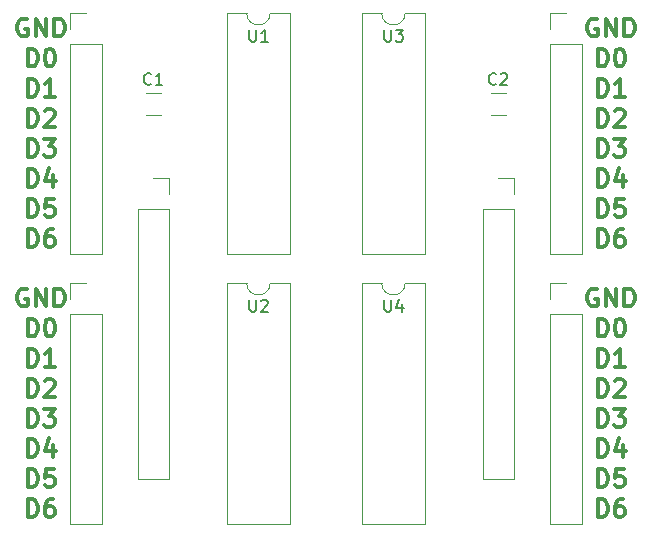
<source format=gbr>
G04 #@! TF.GenerationSoftware,KiCad,Pcbnew,(5.0.1-3-g963ef8bb5)*
G04 #@! TF.CreationDate,2019-11-01T03:37:21+09:00*
G04 #@! TF.ProjectId,DDAC8SEXT,4444414338534558542E6B696361645F,rev?*
G04 #@! TF.SameCoordinates,Original*
G04 #@! TF.FileFunction,Legend,Top*
G04 #@! TF.FilePolarity,Positive*
%FSLAX46Y46*%
G04 Gerber Fmt 4.6, Leading zero omitted, Abs format (unit mm)*
G04 Created by KiCad (PCBNEW (5.0.1-3-g963ef8bb5)) date 2019 November 01, Friday 03:37:21*
%MOMM*%
%LPD*%
G01*
G04 APERTURE LIST*
%ADD10C,0.300000*%
%ADD11C,0.120000*%
%ADD12C,0.150000*%
G04 APERTURE END LIST*
D10*
X139827142Y-98910000D02*
X139684285Y-98838571D01*
X139470000Y-98838571D01*
X139255714Y-98910000D01*
X139112857Y-99052857D01*
X139041428Y-99195714D01*
X138970000Y-99481428D01*
X138970000Y-99695714D01*
X139041428Y-99981428D01*
X139112857Y-100124285D01*
X139255714Y-100267142D01*
X139470000Y-100338571D01*
X139612857Y-100338571D01*
X139827142Y-100267142D01*
X139898571Y-100195714D01*
X139898571Y-99695714D01*
X139612857Y-99695714D01*
X140541428Y-100338571D02*
X140541428Y-98838571D01*
X141398571Y-100338571D01*
X141398571Y-98838571D01*
X142112857Y-100338571D02*
X142112857Y-98838571D01*
X142470000Y-98838571D01*
X142684285Y-98910000D01*
X142827142Y-99052857D01*
X142898571Y-99195714D01*
X142970000Y-99481428D01*
X142970000Y-99695714D01*
X142898571Y-99981428D01*
X142827142Y-100124285D01*
X142684285Y-100267142D01*
X142470000Y-100338571D01*
X142112857Y-100338571D01*
X139862857Y-102888571D02*
X139862857Y-101388571D01*
X140220000Y-101388571D01*
X140434285Y-101460000D01*
X140577142Y-101602857D01*
X140648571Y-101745714D01*
X140720000Y-102031428D01*
X140720000Y-102245714D01*
X140648571Y-102531428D01*
X140577142Y-102674285D01*
X140434285Y-102817142D01*
X140220000Y-102888571D01*
X139862857Y-102888571D01*
X141648571Y-101388571D02*
X141791428Y-101388571D01*
X141934285Y-101460000D01*
X142005714Y-101531428D01*
X142077142Y-101674285D01*
X142148571Y-101960000D01*
X142148571Y-102317142D01*
X142077142Y-102602857D01*
X142005714Y-102745714D01*
X141934285Y-102817142D01*
X141791428Y-102888571D01*
X141648571Y-102888571D01*
X141505714Y-102817142D01*
X141434285Y-102745714D01*
X141362857Y-102602857D01*
X141291428Y-102317142D01*
X141291428Y-101960000D01*
X141362857Y-101674285D01*
X141434285Y-101531428D01*
X141505714Y-101460000D01*
X141648571Y-101388571D01*
X139862857Y-105438571D02*
X139862857Y-103938571D01*
X140220000Y-103938571D01*
X140434285Y-104010000D01*
X140577142Y-104152857D01*
X140648571Y-104295714D01*
X140720000Y-104581428D01*
X140720000Y-104795714D01*
X140648571Y-105081428D01*
X140577142Y-105224285D01*
X140434285Y-105367142D01*
X140220000Y-105438571D01*
X139862857Y-105438571D01*
X142148571Y-105438571D02*
X141291428Y-105438571D01*
X141720000Y-105438571D02*
X141720000Y-103938571D01*
X141577142Y-104152857D01*
X141434285Y-104295714D01*
X141291428Y-104367142D01*
X139862857Y-107988571D02*
X139862857Y-106488571D01*
X140220000Y-106488571D01*
X140434285Y-106560000D01*
X140577142Y-106702857D01*
X140648571Y-106845714D01*
X140720000Y-107131428D01*
X140720000Y-107345714D01*
X140648571Y-107631428D01*
X140577142Y-107774285D01*
X140434285Y-107917142D01*
X140220000Y-107988571D01*
X139862857Y-107988571D01*
X141291428Y-106631428D02*
X141362857Y-106560000D01*
X141505714Y-106488571D01*
X141862857Y-106488571D01*
X142005714Y-106560000D01*
X142077142Y-106631428D01*
X142148571Y-106774285D01*
X142148571Y-106917142D01*
X142077142Y-107131428D01*
X141220000Y-107988571D01*
X142148571Y-107988571D01*
X139862857Y-110538571D02*
X139862857Y-109038571D01*
X140220000Y-109038571D01*
X140434285Y-109110000D01*
X140577142Y-109252857D01*
X140648571Y-109395714D01*
X140720000Y-109681428D01*
X140720000Y-109895714D01*
X140648571Y-110181428D01*
X140577142Y-110324285D01*
X140434285Y-110467142D01*
X140220000Y-110538571D01*
X139862857Y-110538571D01*
X141220000Y-109038571D02*
X142148571Y-109038571D01*
X141648571Y-109610000D01*
X141862857Y-109610000D01*
X142005714Y-109681428D01*
X142077142Y-109752857D01*
X142148571Y-109895714D01*
X142148571Y-110252857D01*
X142077142Y-110395714D01*
X142005714Y-110467142D01*
X141862857Y-110538571D01*
X141434285Y-110538571D01*
X141291428Y-110467142D01*
X141220000Y-110395714D01*
X139862857Y-113088571D02*
X139862857Y-111588571D01*
X140220000Y-111588571D01*
X140434285Y-111660000D01*
X140577142Y-111802857D01*
X140648571Y-111945714D01*
X140720000Y-112231428D01*
X140720000Y-112445714D01*
X140648571Y-112731428D01*
X140577142Y-112874285D01*
X140434285Y-113017142D01*
X140220000Y-113088571D01*
X139862857Y-113088571D01*
X142005714Y-112088571D02*
X142005714Y-113088571D01*
X141648571Y-111517142D02*
X141291428Y-112588571D01*
X142220000Y-112588571D01*
X139862857Y-115638571D02*
X139862857Y-114138571D01*
X140220000Y-114138571D01*
X140434285Y-114210000D01*
X140577142Y-114352857D01*
X140648571Y-114495714D01*
X140720000Y-114781428D01*
X140720000Y-114995714D01*
X140648571Y-115281428D01*
X140577142Y-115424285D01*
X140434285Y-115567142D01*
X140220000Y-115638571D01*
X139862857Y-115638571D01*
X142077142Y-114138571D02*
X141362857Y-114138571D01*
X141291428Y-114852857D01*
X141362857Y-114781428D01*
X141505714Y-114710000D01*
X141862857Y-114710000D01*
X142005714Y-114781428D01*
X142077142Y-114852857D01*
X142148571Y-114995714D01*
X142148571Y-115352857D01*
X142077142Y-115495714D01*
X142005714Y-115567142D01*
X141862857Y-115638571D01*
X141505714Y-115638571D01*
X141362857Y-115567142D01*
X141291428Y-115495714D01*
X139862857Y-118188571D02*
X139862857Y-116688571D01*
X140220000Y-116688571D01*
X140434285Y-116760000D01*
X140577142Y-116902857D01*
X140648571Y-117045714D01*
X140720000Y-117331428D01*
X140720000Y-117545714D01*
X140648571Y-117831428D01*
X140577142Y-117974285D01*
X140434285Y-118117142D01*
X140220000Y-118188571D01*
X139862857Y-118188571D01*
X142005714Y-116688571D02*
X141720000Y-116688571D01*
X141577142Y-116760000D01*
X141505714Y-116831428D01*
X141362857Y-117045714D01*
X141291428Y-117331428D01*
X141291428Y-117902857D01*
X141362857Y-118045714D01*
X141434285Y-118117142D01*
X141577142Y-118188571D01*
X141862857Y-118188571D01*
X142005714Y-118117142D01*
X142077142Y-118045714D01*
X142148571Y-117902857D01*
X142148571Y-117545714D01*
X142077142Y-117402857D01*
X142005714Y-117331428D01*
X141862857Y-117260000D01*
X141577142Y-117260000D01*
X141434285Y-117331428D01*
X141362857Y-117402857D01*
X141291428Y-117545714D01*
X139827142Y-76050000D02*
X139684285Y-75978571D01*
X139470000Y-75978571D01*
X139255714Y-76050000D01*
X139112857Y-76192857D01*
X139041428Y-76335714D01*
X138970000Y-76621428D01*
X138970000Y-76835714D01*
X139041428Y-77121428D01*
X139112857Y-77264285D01*
X139255714Y-77407142D01*
X139470000Y-77478571D01*
X139612857Y-77478571D01*
X139827142Y-77407142D01*
X139898571Y-77335714D01*
X139898571Y-76835714D01*
X139612857Y-76835714D01*
X140541428Y-77478571D02*
X140541428Y-75978571D01*
X141398571Y-77478571D01*
X141398571Y-75978571D01*
X142112857Y-77478571D02*
X142112857Y-75978571D01*
X142470000Y-75978571D01*
X142684285Y-76050000D01*
X142827142Y-76192857D01*
X142898571Y-76335714D01*
X142970000Y-76621428D01*
X142970000Y-76835714D01*
X142898571Y-77121428D01*
X142827142Y-77264285D01*
X142684285Y-77407142D01*
X142470000Y-77478571D01*
X142112857Y-77478571D01*
X139862857Y-80028571D02*
X139862857Y-78528571D01*
X140220000Y-78528571D01*
X140434285Y-78600000D01*
X140577142Y-78742857D01*
X140648571Y-78885714D01*
X140720000Y-79171428D01*
X140720000Y-79385714D01*
X140648571Y-79671428D01*
X140577142Y-79814285D01*
X140434285Y-79957142D01*
X140220000Y-80028571D01*
X139862857Y-80028571D01*
X141648571Y-78528571D02*
X141791428Y-78528571D01*
X141934285Y-78600000D01*
X142005714Y-78671428D01*
X142077142Y-78814285D01*
X142148571Y-79100000D01*
X142148571Y-79457142D01*
X142077142Y-79742857D01*
X142005714Y-79885714D01*
X141934285Y-79957142D01*
X141791428Y-80028571D01*
X141648571Y-80028571D01*
X141505714Y-79957142D01*
X141434285Y-79885714D01*
X141362857Y-79742857D01*
X141291428Y-79457142D01*
X141291428Y-79100000D01*
X141362857Y-78814285D01*
X141434285Y-78671428D01*
X141505714Y-78600000D01*
X141648571Y-78528571D01*
X139862857Y-82578571D02*
X139862857Y-81078571D01*
X140220000Y-81078571D01*
X140434285Y-81150000D01*
X140577142Y-81292857D01*
X140648571Y-81435714D01*
X140720000Y-81721428D01*
X140720000Y-81935714D01*
X140648571Y-82221428D01*
X140577142Y-82364285D01*
X140434285Y-82507142D01*
X140220000Y-82578571D01*
X139862857Y-82578571D01*
X142148571Y-82578571D02*
X141291428Y-82578571D01*
X141720000Y-82578571D02*
X141720000Y-81078571D01*
X141577142Y-81292857D01*
X141434285Y-81435714D01*
X141291428Y-81507142D01*
X139862857Y-85128571D02*
X139862857Y-83628571D01*
X140220000Y-83628571D01*
X140434285Y-83700000D01*
X140577142Y-83842857D01*
X140648571Y-83985714D01*
X140720000Y-84271428D01*
X140720000Y-84485714D01*
X140648571Y-84771428D01*
X140577142Y-84914285D01*
X140434285Y-85057142D01*
X140220000Y-85128571D01*
X139862857Y-85128571D01*
X141291428Y-83771428D02*
X141362857Y-83700000D01*
X141505714Y-83628571D01*
X141862857Y-83628571D01*
X142005714Y-83700000D01*
X142077142Y-83771428D01*
X142148571Y-83914285D01*
X142148571Y-84057142D01*
X142077142Y-84271428D01*
X141220000Y-85128571D01*
X142148571Y-85128571D01*
X139862857Y-87678571D02*
X139862857Y-86178571D01*
X140220000Y-86178571D01*
X140434285Y-86250000D01*
X140577142Y-86392857D01*
X140648571Y-86535714D01*
X140720000Y-86821428D01*
X140720000Y-87035714D01*
X140648571Y-87321428D01*
X140577142Y-87464285D01*
X140434285Y-87607142D01*
X140220000Y-87678571D01*
X139862857Y-87678571D01*
X141220000Y-86178571D02*
X142148571Y-86178571D01*
X141648571Y-86750000D01*
X141862857Y-86750000D01*
X142005714Y-86821428D01*
X142077142Y-86892857D01*
X142148571Y-87035714D01*
X142148571Y-87392857D01*
X142077142Y-87535714D01*
X142005714Y-87607142D01*
X141862857Y-87678571D01*
X141434285Y-87678571D01*
X141291428Y-87607142D01*
X141220000Y-87535714D01*
X139862857Y-90228571D02*
X139862857Y-88728571D01*
X140220000Y-88728571D01*
X140434285Y-88800000D01*
X140577142Y-88942857D01*
X140648571Y-89085714D01*
X140720000Y-89371428D01*
X140720000Y-89585714D01*
X140648571Y-89871428D01*
X140577142Y-90014285D01*
X140434285Y-90157142D01*
X140220000Y-90228571D01*
X139862857Y-90228571D01*
X142005714Y-89228571D02*
X142005714Y-90228571D01*
X141648571Y-88657142D02*
X141291428Y-89728571D01*
X142220000Y-89728571D01*
X139862857Y-92778571D02*
X139862857Y-91278571D01*
X140220000Y-91278571D01*
X140434285Y-91350000D01*
X140577142Y-91492857D01*
X140648571Y-91635714D01*
X140720000Y-91921428D01*
X140720000Y-92135714D01*
X140648571Y-92421428D01*
X140577142Y-92564285D01*
X140434285Y-92707142D01*
X140220000Y-92778571D01*
X139862857Y-92778571D01*
X142077142Y-91278571D02*
X141362857Y-91278571D01*
X141291428Y-91992857D01*
X141362857Y-91921428D01*
X141505714Y-91850000D01*
X141862857Y-91850000D01*
X142005714Y-91921428D01*
X142077142Y-91992857D01*
X142148571Y-92135714D01*
X142148571Y-92492857D01*
X142077142Y-92635714D01*
X142005714Y-92707142D01*
X141862857Y-92778571D01*
X141505714Y-92778571D01*
X141362857Y-92707142D01*
X141291428Y-92635714D01*
X139862857Y-95328571D02*
X139862857Y-93828571D01*
X140220000Y-93828571D01*
X140434285Y-93900000D01*
X140577142Y-94042857D01*
X140648571Y-94185714D01*
X140720000Y-94471428D01*
X140720000Y-94685714D01*
X140648571Y-94971428D01*
X140577142Y-95114285D01*
X140434285Y-95257142D01*
X140220000Y-95328571D01*
X139862857Y-95328571D01*
X142005714Y-93828571D02*
X141720000Y-93828571D01*
X141577142Y-93900000D01*
X141505714Y-93971428D01*
X141362857Y-94185714D01*
X141291428Y-94471428D01*
X141291428Y-95042857D01*
X141362857Y-95185714D01*
X141434285Y-95257142D01*
X141577142Y-95328571D01*
X141862857Y-95328571D01*
X142005714Y-95257142D01*
X142077142Y-95185714D01*
X142148571Y-95042857D01*
X142148571Y-94685714D01*
X142077142Y-94542857D01*
X142005714Y-94471428D01*
X141862857Y-94400000D01*
X141577142Y-94400000D01*
X141434285Y-94471428D01*
X141362857Y-94542857D01*
X141291428Y-94685714D01*
X91567142Y-98910000D02*
X91424285Y-98838571D01*
X91210000Y-98838571D01*
X90995714Y-98910000D01*
X90852857Y-99052857D01*
X90781428Y-99195714D01*
X90710000Y-99481428D01*
X90710000Y-99695714D01*
X90781428Y-99981428D01*
X90852857Y-100124285D01*
X90995714Y-100267142D01*
X91210000Y-100338571D01*
X91352857Y-100338571D01*
X91567142Y-100267142D01*
X91638571Y-100195714D01*
X91638571Y-99695714D01*
X91352857Y-99695714D01*
X92281428Y-100338571D02*
X92281428Y-98838571D01*
X93138571Y-100338571D01*
X93138571Y-98838571D01*
X93852857Y-100338571D02*
X93852857Y-98838571D01*
X94210000Y-98838571D01*
X94424285Y-98910000D01*
X94567142Y-99052857D01*
X94638571Y-99195714D01*
X94710000Y-99481428D01*
X94710000Y-99695714D01*
X94638571Y-99981428D01*
X94567142Y-100124285D01*
X94424285Y-100267142D01*
X94210000Y-100338571D01*
X93852857Y-100338571D01*
X91602857Y-102888571D02*
X91602857Y-101388571D01*
X91960000Y-101388571D01*
X92174285Y-101460000D01*
X92317142Y-101602857D01*
X92388571Y-101745714D01*
X92460000Y-102031428D01*
X92460000Y-102245714D01*
X92388571Y-102531428D01*
X92317142Y-102674285D01*
X92174285Y-102817142D01*
X91960000Y-102888571D01*
X91602857Y-102888571D01*
X93388571Y-101388571D02*
X93531428Y-101388571D01*
X93674285Y-101460000D01*
X93745714Y-101531428D01*
X93817142Y-101674285D01*
X93888571Y-101960000D01*
X93888571Y-102317142D01*
X93817142Y-102602857D01*
X93745714Y-102745714D01*
X93674285Y-102817142D01*
X93531428Y-102888571D01*
X93388571Y-102888571D01*
X93245714Y-102817142D01*
X93174285Y-102745714D01*
X93102857Y-102602857D01*
X93031428Y-102317142D01*
X93031428Y-101960000D01*
X93102857Y-101674285D01*
X93174285Y-101531428D01*
X93245714Y-101460000D01*
X93388571Y-101388571D01*
X91602857Y-105438571D02*
X91602857Y-103938571D01*
X91960000Y-103938571D01*
X92174285Y-104010000D01*
X92317142Y-104152857D01*
X92388571Y-104295714D01*
X92460000Y-104581428D01*
X92460000Y-104795714D01*
X92388571Y-105081428D01*
X92317142Y-105224285D01*
X92174285Y-105367142D01*
X91960000Y-105438571D01*
X91602857Y-105438571D01*
X93888571Y-105438571D02*
X93031428Y-105438571D01*
X93460000Y-105438571D02*
X93460000Y-103938571D01*
X93317142Y-104152857D01*
X93174285Y-104295714D01*
X93031428Y-104367142D01*
X91602857Y-107988571D02*
X91602857Y-106488571D01*
X91960000Y-106488571D01*
X92174285Y-106560000D01*
X92317142Y-106702857D01*
X92388571Y-106845714D01*
X92460000Y-107131428D01*
X92460000Y-107345714D01*
X92388571Y-107631428D01*
X92317142Y-107774285D01*
X92174285Y-107917142D01*
X91960000Y-107988571D01*
X91602857Y-107988571D01*
X93031428Y-106631428D02*
X93102857Y-106560000D01*
X93245714Y-106488571D01*
X93602857Y-106488571D01*
X93745714Y-106560000D01*
X93817142Y-106631428D01*
X93888571Y-106774285D01*
X93888571Y-106917142D01*
X93817142Y-107131428D01*
X92960000Y-107988571D01*
X93888571Y-107988571D01*
X91602857Y-110538571D02*
X91602857Y-109038571D01*
X91960000Y-109038571D01*
X92174285Y-109110000D01*
X92317142Y-109252857D01*
X92388571Y-109395714D01*
X92460000Y-109681428D01*
X92460000Y-109895714D01*
X92388571Y-110181428D01*
X92317142Y-110324285D01*
X92174285Y-110467142D01*
X91960000Y-110538571D01*
X91602857Y-110538571D01*
X92960000Y-109038571D02*
X93888571Y-109038571D01*
X93388571Y-109610000D01*
X93602857Y-109610000D01*
X93745714Y-109681428D01*
X93817142Y-109752857D01*
X93888571Y-109895714D01*
X93888571Y-110252857D01*
X93817142Y-110395714D01*
X93745714Y-110467142D01*
X93602857Y-110538571D01*
X93174285Y-110538571D01*
X93031428Y-110467142D01*
X92960000Y-110395714D01*
X91602857Y-113088571D02*
X91602857Y-111588571D01*
X91960000Y-111588571D01*
X92174285Y-111660000D01*
X92317142Y-111802857D01*
X92388571Y-111945714D01*
X92460000Y-112231428D01*
X92460000Y-112445714D01*
X92388571Y-112731428D01*
X92317142Y-112874285D01*
X92174285Y-113017142D01*
X91960000Y-113088571D01*
X91602857Y-113088571D01*
X93745714Y-112088571D02*
X93745714Y-113088571D01*
X93388571Y-111517142D02*
X93031428Y-112588571D01*
X93960000Y-112588571D01*
X91602857Y-115638571D02*
X91602857Y-114138571D01*
X91960000Y-114138571D01*
X92174285Y-114210000D01*
X92317142Y-114352857D01*
X92388571Y-114495714D01*
X92460000Y-114781428D01*
X92460000Y-114995714D01*
X92388571Y-115281428D01*
X92317142Y-115424285D01*
X92174285Y-115567142D01*
X91960000Y-115638571D01*
X91602857Y-115638571D01*
X93817142Y-114138571D02*
X93102857Y-114138571D01*
X93031428Y-114852857D01*
X93102857Y-114781428D01*
X93245714Y-114710000D01*
X93602857Y-114710000D01*
X93745714Y-114781428D01*
X93817142Y-114852857D01*
X93888571Y-114995714D01*
X93888571Y-115352857D01*
X93817142Y-115495714D01*
X93745714Y-115567142D01*
X93602857Y-115638571D01*
X93245714Y-115638571D01*
X93102857Y-115567142D01*
X93031428Y-115495714D01*
X91602857Y-118188571D02*
X91602857Y-116688571D01*
X91960000Y-116688571D01*
X92174285Y-116760000D01*
X92317142Y-116902857D01*
X92388571Y-117045714D01*
X92460000Y-117331428D01*
X92460000Y-117545714D01*
X92388571Y-117831428D01*
X92317142Y-117974285D01*
X92174285Y-118117142D01*
X91960000Y-118188571D01*
X91602857Y-118188571D01*
X93745714Y-116688571D02*
X93460000Y-116688571D01*
X93317142Y-116760000D01*
X93245714Y-116831428D01*
X93102857Y-117045714D01*
X93031428Y-117331428D01*
X93031428Y-117902857D01*
X93102857Y-118045714D01*
X93174285Y-118117142D01*
X93317142Y-118188571D01*
X93602857Y-118188571D01*
X93745714Y-118117142D01*
X93817142Y-118045714D01*
X93888571Y-117902857D01*
X93888571Y-117545714D01*
X93817142Y-117402857D01*
X93745714Y-117331428D01*
X93602857Y-117260000D01*
X93317142Y-117260000D01*
X93174285Y-117331428D01*
X93102857Y-117402857D01*
X93031428Y-117545714D01*
X91567142Y-76050000D02*
X91424285Y-75978571D01*
X91210000Y-75978571D01*
X90995714Y-76050000D01*
X90852857Y-76192857D01*
X90781428Y-76335714D01*
X90710000Y-76621428D01*
X90710000Y-76835714D01*
X90781428Y-77121428D01*
X90852857Y-77264285D01*
X90995714Y-77407142D01*
X91210000Y-77478571D01*
X91352857Y-77478571D01*
X91567142Y-77407142D01*
X91638571Y-77335714D01*
X91638571Y-76835714D01*
X91352857Y-76835714D01*
X92281428Y-77478571D02*
X92281428Y-75978571D01*
X93138571Y-77478571D01*
X93138571Y-75978571D01*
X93852857Y-77478571D02*
X93852857Y-75978571D01*
X94210000Y-75978571D01*
X94424285Y-76050000D01*
X94567142Y-76192857D01*
X94638571Y-76335714D01*
X94710000Y-76621428D01*
X94710000Y-76835714D01*
X94638571Y-77121428D01*
X94567142Y-77264285D01*
X94424285Y-77407142D01*
X94210000Y-77478571D01*
X93852857Y-77478571D01*
X91602857Y-80028571D02*
X91602857Y-78528571D01*
X91960000Y-78528571D01*
X92174285Y-78600000D01*
X92317142Y-78742857D01*
X92388571Y-78885714D01*
X92460000Y-79171428D01*
X92460000Y-79385714D01*
X92388571Y-79671428D01*
X92317142Y-79814285D01*
X92174285Y-79957142D01*
X91960000Y-80028571D01*
X91602857Y-80028571D01*
X93388571Y-78528571D02*
X93531428Y-78528571D01*
X93674285Y-78600000D01*
X93745714Y-78671428D01*
X93817142Y-78814285D01*
X93888571Y-79100000D01*
X93888571Y-79457142D01*
X93817142Y-79742857D01*
X93745714Y-79885714D01*
X93674285Y-79957142D01*
X93531428Y-80028571D01*
X93388571Y-80028571D01*
X93245714Y-79957142D01*
X93174285Y-79885714D01*
X93102857Y-79742857D01*
X93031428Y-79457142D01*
X93031428Y-79100000D01*
X93102857Y-78814285D01*
X93174285Y-78671428D01*
X93245714Y-78600000D01*
X93388571Y-78528571D01*
X91602857Y-82578571D02*
X91602857Y-81078571D01*
X91960000Y-81078571D01*
X92174285Y-81150000D01*
X92317142Y-81292857D01*
X92388571Y-81435714D01*
X92460000Y-81721428D01*
X92460000Y-81935714D01*
X92388571Y-82221428D01*
X92317142Y-82364285D01*
X92174285Y-82507142D01*
X91960000Y-82578571D01*
X91602857Y-82578571D01*
X93888571Y-82578571D02*
X93031428Y-82578571D01*
X93460000Y-82578571D02*
X93460000Y-81078571D01*
X93317142Y-81292857D01*
X93174285Y-81435714D01*
X93031428Y-81507142D01*
X91602857Y-85128571D02*
X91602857Y-83628571D01*
X91960000Y-83628571D01*
X92174285Y-83700000D01*
X92317142Y-83842857D01*
X92388571Y-83985714D01*
X92460000Y-84271428D01*
X92460000Y-84485714D01*
X92388571Y-84771428D01*
X92317142Y-84914285D01*
X92174285Y-85057142D01*
X91960000Y-85128571D01*
X91602857Y-85128571D01*
X93031428Y-83771428D02*
X93102857Y-83700000D01*
X93245714Y-83628571D01*
X93602857Y-83628571D01*
X93745714Y-83700000D01*
X93817142Y-83771428D01*
X93888571Y-83914285D01*
X93888571Y-84057142D01*
X93817142Y-84271428D01*
X92960000Y-85128571D01*
X93888571Y-85128571D01*
X91602857Y-87678571D02*
X91602857Y-86178571D01*
X91960000Y-86178571D01*
X92174285Y-86250000D01*
X92317142Y-86392857D01*
X92388571Y-86535714D01*
X92460000Y-86821428D01*
X92460000Y-87035714D01*
X92388571Y-87321428D01*
X92317142Y-87464285D01*
X92174285Y-87607142D01*
X91960000Y-87678571D01*
X91602857Y-87678571D01*
X92960000Y-86178571D02*
X93888571Y-86178571D01*
X93388571Y-86750000D01*
X93602857Y-86750000D01*
X93745714Y-86821428D01*
X93817142Y-86892857D01*
X93888571Y-87035714D01*
X93888571Y-87392857D01*
X93817142Y-87535714D01*
X93745714Y-87607142D01*
X93602857Y-87678571D01*
X93174285Y-87678571D01*
X93031428Y-87607142D01*
X92960000Y-87535714D01*
X91602857Y-90228571D02*
X91602857Y-88728571D01*
X91960000Y-88728571D01*
X92174285Y-88800000D01*
X92317142Y-88942857D01*
X92388571Y-89085714D01*
X92460000Y-89371428D01*
X92460000Y-89585714D01*
X92388571Y-89871428D01*
X92317142Y-90014285D01*
X92174285Y-90157142D01*
X91960000Y-90228571D01*
X91602857Y-90228571D01*
X93745714Y-89228571D02*
X93745714Y-90228571D01*
X93388571Y-88657142D02*
X93031428Y-89728571D01*
X93960000Y-89728571D01*
X91602857Y-92778571D02*
X91602857Y-91278571D01*
X91960000Y-91278571D01*
X92174285Y-91350000D01*
X92317142Y-91492857D01*
X92388571Y-91635714D01*
X92460000Y-91921428D01*
X92460000Y-92135714D01*
X92388571Y-92421428D01*
X92317142Y-92564285D01*
X92174285Y-92707142D01*
X91960000Y-92778571D01*
X91602857Y-92778571D01*
X93817142Y-91278571D02*
X93102857Y-91278571D01*
X93031428Y-91992857D01*
X93102857Y-91921428D01*
X93245714Y-91850000D01*
X93602857Y-91850000D01*
X93745714Y-91921428D01*
X93817142Y-91992857D01*
X93888571Y-92135714D01*
X93888571Y-92492857D01*
X93817142Y-92635714D01*
X93745714Y-92707142D01*
X93602857Y-92778571D01*
X93245714Y-92778571D01*
X93102857Y-92707142D01*
X93031428Y-92635714D01*
X91602857Y-95328571D02*
X91602857Y-93828571D01*
X91960000Y-93828571D01*
X92174285Y-93900000D01*
X92317142Y-94042857D01*
X92388571Y-94185714D01*
X92460000Y-94471428D01*
X92460000Y-94685714D01*
X92388571Y-94971428D01*
X92317142Y-95114285D01*
X92174285Y-95257142D01*
X91960000Y-95328571D01*
X91602857Y-95328571D01*
X93745714Y-93828571D02*
X93460000Y-93828571D01*
X93317142Y-93900000D01*
X93245714Y-93971428D01*
X93102857Y-94185714D01*
X93031428Y-94471428D01*
X93031428Y-95042857D01*
X93102857Y-95185714D01*
X93174285Y-95257142D01*
X93317142Y-95328571D01*
X93602857Y-95328571D01*
X93745714Y-95257142D01*
X93817142Y-95185714D01*
X93888571Y-95042857D01*
X93888571Y-94685714D01*
X93817142Y-94542857D01*
X93745714Y-94471428D01*
X93602857Y-94400000D01*
X93317142Y-94400000D01*
X93174285Y-94471428D01*
X93102857Y-94542857D01*
X93031428Y-94685714D01*
D11*
G04 #@! TO.C,C1*
X101586000Y-82265000D02*
X102844000Y-82265000D01*
X101586000Y-84105000D02*
X102844000Y-84105000D01*
G04 #@! TO.C,C2*
X130796000Y-84105000D02*
X132054000Y-84105000D01*
X130796000Y-82265000D02*
X132054000Y-82265000D01*
G04 #@! TO.C,J1*
X100905000Y-92075000D02*
X103565000Y-92075000D01*
X100905000Y-92075000D02*
X100905000Y-114995000D01*
X100905000Y-114995000D02*
X103565000Y-114995000D01*
X103565000Y-92075000D02*
X103565000Y-114995000D01*
X103565000Y-89475000D02*
X103565000Y-90805000D01*
X102235000Y-89475000D02*
X103565000Y-89475000D01*
G04 #@! TO.C,J2*
X95190000Y-95945000D02*
X97850000Y-95945000D01*
X95190000Y-78105000D02*
X95190000Y-95945000D01*
X97850000Y-78105000D02*
X97850000Y-95945000D01*
X95190000Y-78105000D02*
X97850000Y-78105000D01*
X95190000Y-76835000D02*
X95190000Y-75505000D01*
X95190000Y-75505000D02*
X96520000Y-75505000D01*
G04 #@! TO.C,J3*
X95190000Y-98365000D02*
X96520000Y-98365000D01*
X95190000Y-99695000D02*
X95190000Y-98365000D01*
X95190000Y-100965000D02*
X97850000Y-100965000D01*
X97850000Y-100965000D02*
X97850000Y-118805000D01*
X95190000Y-100965000D02*
X95190000Y-118805000D01*
X95190000Y-118805000D02*
X97850000Y-118805000D01*
G04 #@! TO.C,J4*
X131445000Y-89475000D02*
X132775000Y-89475000D01*
X132775000Y-89475000D02*
X132775000Y-90805000D01*
X132775000Y-92075000D02*
X132775000Y-114995000D01*
X130115000Y-114995000D02*
X132775000Y-114995000D01*
X130115000Y-92075000D02*
X130115000Y-114995000D01*
X130115000Y-92075000D02*
X132775000Y-92075000D01*
G04 #@! TO.C,J5*
X135830000Y-95945000D02*
X138490000Y-95945000D01*
X135830000Y-78105000D02*
X135830000Y-95945000D01*
X138490000Y-78105000D02*
X138490000Y-95945000D01*
X135830000Y-78105000D02*
X138490000Y-78105000D01*
X135830000Y-76835000D02*
X135830000Y-75505000D01*
X135830000Y-75505000D02*
X137160000Y-75505000D01*
G04 #@! TO.C,J6*
X135830000Y-98365000D02*
X137160000Y-98365000D01*
X135830000Y-99695000D02*
X135830000Y-98365000D01*
X135830000Y-100965000D02*
X138490000Y-100965000D01*
X138490000Y-100965000D02*
X138490000Y-118805000D01*
X135830000Y-100965000D02*
X135830000Y-118805000D01*
X135830000Y-118805000D02*
X138490000Y-118805000D01*
G04 #@! TO.C,U1*
X112125000Y-75505000D02*
G75*
G02X110125000Y-75505000I-1000000J0D01*
G01*
X110125000Y-75505000D02*
X108475000Y-75505000D01*
X108475000Y-75505000D02*
X108475000Y-95945000D01*
X108475000Y-95945000D02*
X113775000Y-95945000D01*
X113775000Y-95945000D02*
X113775000Y-75505000D01*
X113775000Y-75505000D02*
X112125000Y-75505000D01*
G04 #@! TO.C,U2*
X113775000Y-98365000D02*
X112125000Y-98365000D01*
X113775000Y-118805000D02*
X113775000Y-98365000D01*
X108475000Y-118805000D02*
X113775000Y-118805000D01*
X108475000Y-98365000D02*
X108475000Y-118805000D01*
X110125000Y-98365000D02*
X108475000Y-98365000D01*
X112125000Y-98365000D02*
G75*
G02X110125000Y-98365000I-1000000J0D01*
G01*
G04 #@! TO.C,U3*
X123555000Y-75505000D02*
G75*
G02X121555000Y-75505000I-1000000J0D01*
G01*
X121555000Y-75505000D02*
X119905000Y-75505000D01*
X119905000Y-75505000D02*
X119905000Y-95945000D01*
X119905000Y-95945000D02*
X125205000Y-95945000D01*
X125205000Y-95945000D02*
X125205000Y-75505000D01*
X125205000Y-75505000D02*
X123555000Y-75505000D01*
G04 #@! TO.C,U4*
X125205000Y-98365000D02*
X123555000Y-98365000D01*
X125205000Y-118805000D02*
X125205000Y-98365000D01*
X119905000Y-118805000D02*
X125205000Y-118805000D01*
X119905000Y-98365000D02*
X119905000Y-118805000D01*
X121555000Y-98365000D02*
X119905000Y-98365000D01*
X123555000Y-98365000D02*
G75*
G02X121555000Y-98365000I-1000000J0D01*
G01*
G04 #@! TO.C,C1*
D12*
X102048333Y-81492142D02*
X102000714Y-81539761D01*
X101857857Y-81587380D01*
X101762619Y-81587380D01*
X101619761Y-81539761D01*
X101524523Y-81444523D01*
X101476904Y-81349285D01*
X101429285Y-81158809D01*
X101429285Y-81015952D01*
X101476904Y-80825476D01*
X101524523Y-80730238D01*
X101619761Y-80635000D01*
X101762619Y-80587380D01*
X101857857Y-80587380D01*
X102000714Y-80635000D01*
X102048333Y-80682619D01*
X103000714Y-81587380D02*
X102429285Y-81587380D01*
X102715000Y-81587380D02*
X102715000Y-80587380D01*
X102619761Y-80730238D01*
X102524523Y-80825476D01*
X102429285Y-80873095D01*
G04 #@! TO.C,C2*
X131258333Y-81492142D02*
X131210714Y-81539761D01*
X131067857Y-81587380D01*
X130972619Y-81587380D01*
X130829761Y-81539761D01*
X130734523Y-81444523D01*
X130686904Y-81349285D01*
X130639285Y-81158809D01*
X130639285Y-81015952D01*
X130686904Y-80825476D01*
X130734523Y-80730238D01*
X130829761Y-80635000D01*
X130972619Y-80587380D01*
X131067857Y-80587380D01*
X131210714Y-80635000D01*
X131258333Y-80682619D01*
X131639285Y-80682619D02*
X131686904Y-80635000D01*
X131782142Y-80587380D01*
X132020238Y-80587380D01*
X132115476Y-80635000D01*
X132163095Y-80682619D01*
X132210714Y-80777857D01*
X132210714Y-80873095D01*
X132163095Y-81015952D01*
X131591666Y-81587380D01*
X132210714Y-81587380D01*
G04 #@! TO.C,U1*
X110363095Y-76922380D02*
X110363095Y-77731904D01*
X110410714Y-77827142D01*
X110458333Y-77874761D01*
X110553571Y-77922380D01*
X110744047Y-77922380D01*
X110839285Y-77874761D01*
X110886904Y-77827142D01*
X110934523Y-77731904D01*
X110934523Y-76922380D01*
X111934523Y-77922380D02*
X111363095Y-77922380D01*
X111648809Y-77922380D02*
X111648809Y-76922380D01*
X111553571Y-77065238D01*
X111458333Y-77160476D01*
X111363095Y-77208095D01*
G04 #@! TO.C,U2*
X110363095Y-99782380D02*
X110363095Y-100591904D01*
X110410714Y-100687142D01*
X110458333Y-100734761D01*
X110553571Y-100782380D01*
X110744047Y-100782380D01*
X110839285Y-100734761D01*
X110886904Y-100687142D01*
X110934523Y-100591904D01*
X110934523Y-99782380D01*
X111363095Y-99877619D02*
X111410714Y-99830000D01*
X111505952Y-99782380D01*
X111744047Y-99782380D01*
X111839285Y-99830000D01*
X111886904Y-99877619D01*
X111934523Y-99972857D01*
X111934523Y-100068095D01*
X111886904Y-100210952D01*
X111315476Y-100782380D01*
X111934523Y-100782380D01*
G04 #@! TO.C,U3*
X121793095Y-76922380D02*
X121793095Y-77731904D01*
X121840714Y-77827142D01*
X121888333Y-77874761D01*
X121983571Y-77922380D01*
X122174047Y-77922380D01*
X122269285Y-77874761D01*
X122316904Y-77827142D01*
X122364523Y-77731904D01*
X122364523Y-76922380D01*
X122745476Y-76922380D02*
X123364523Y-76922380D01*
X123031190Y-77303333D01*
X123174047Y-77303333D01*
X123269285Y-77350952D01*
X123316904Y-77398571D01*
X123364523Y-77493809D01*
X123364523Y-77731904D01*
X123316904Y-77827142D01*
X123269285Y-77874761D01*
X123174047Y-77922380D01*
X122888333Y-77922380D01*
X122793095Y-77874761D01*
X122745476Y-77827142D01*
G04 #@! TO.C,U4*
X121793095Y-99782380D02*
X121793095Y-100591904D01*
X121840714Y-100687142D01*
X121888333Y-100734761D01*
X121983571Y-100782380D01*
X122174047Y-100782380D01*
X122269285Y-100734761D01*
X122316904Y-100687142D01*
X122364523Y-100591904D01*
X122364523Y-99782380D01*
X123269285Y-100115714D02*
X123269285Y-100782380D01*
X123031190Y-99734761D02*
X122793095Y-100449047D01*
X123412142Y-100449047D01*
G04 #@! TD*
M02*

</source>
